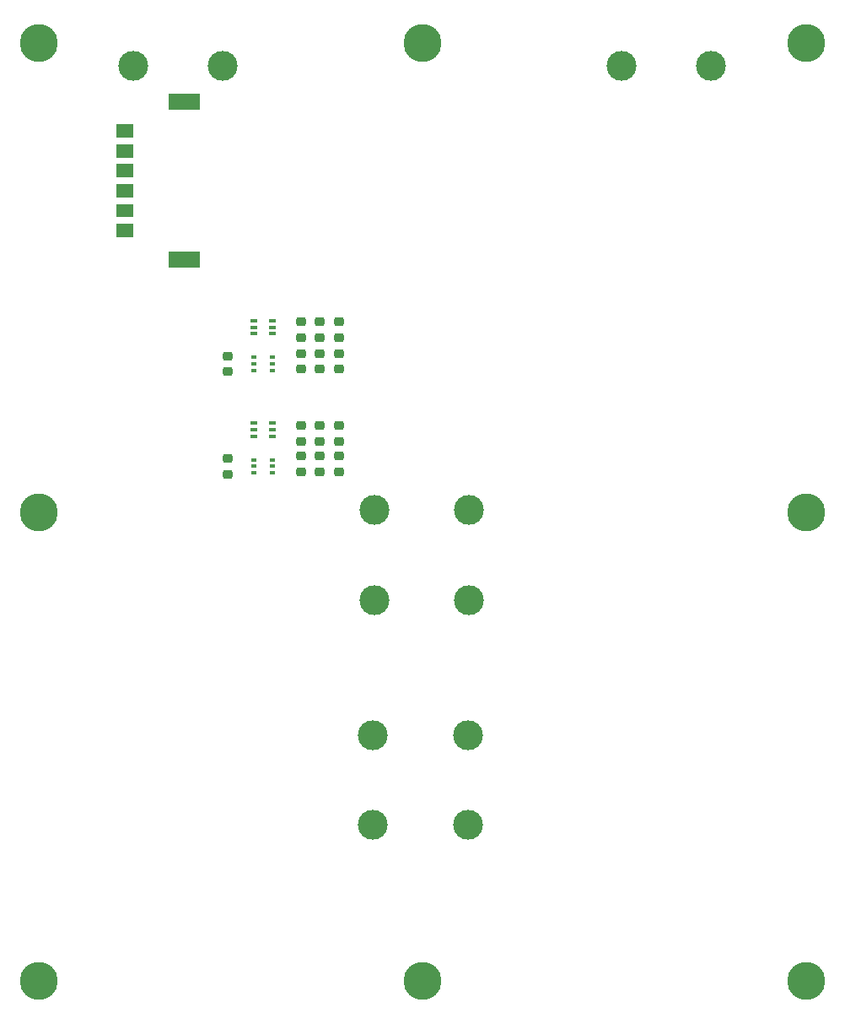
<source format=gbs>
%TF.GenerationSoftware,KiCad,Pcbnew,(6.0.4-0)*%
%TF.CreationDate,2022-05-09T11:38:03-07:00*%
%TF.ProjectId,solar-panel-side-X-minus,736f6c61-722d-4706-916e-656c2d736964,rev?*%
%TF.SameCoordinates,Original*%
%TF.FileFunction,Soldermask,Bot*%
%TF.FilePolarity,Negative*%
%FSLAX46Y46*%
G04 Gerber Fmt 4.6, Leading zero omitted, Abs format (unit mm)*
G04 Created by KiCad (PCBNEW (6.0.4-0)) date 2022-05-09 11:38:03*
%MOMM*%
%LPD*%
G01*
G04 APERTURE LIST*
G04 Aperture macros list*
%AMRoundRect*
0 Rectangle with rounded corners*
0 $1 Rounding radius*
0 $2 $3 $4 $5 $6 $7 $8 $9 X,Y pos of 4 corners*
0 Add a 4 corners polygon primitive as box body*
4,1,4,$2,$3,$4,$5,$6,$7,$8,$9,$2,$3,0*
0 Add four circle primitives for the rounded corners*
1,1,$1+$1,$2,$3*
1,1,$1+$1,$4,$5*
1,1,$1+$1,$6,$7*
1,1,$1+$1,$8,$9*
0 Add four rect primitives between the rounded corners*
20,1,$1+$1,$2,$3,$4,$5,0*
20,1,$1+$1,$4,$5,$6,$7,0*
20,1,$1+$1,$6,$7,$8,$9,0*
20,1,$1+$1,$8,$9,$2,$3,0*%
G04 Aperture macros list end*
%ADD10C,0.010000*%
%ADD11C,3.000000*%
%ADD12C,3.800000*%
%ADD13C,2.600000*%
%ADD14RoundRect,0.218750X0.256250X-0.218750X0.256250X0.218750X-0.256250X0.218750X-0.256250X-0.218750X0*%
%ADD15RoundRect,0.218750X-0.256250X0.218750X-0.256250X-0.218750X0.256250X-0.218750X0.256250X0.218750X0*%
%ADD16R,0.600000X0.400000*%
%ADD17R,0.650000X0.400000*%
G04 APERTURE END LIST*
%TO.C,J1*%
G36*
X122051200Y-63501200D02*
G01*
X120448800Y-63501200D01*
X120448800Y-62248800D01*
X122051200Y-62248800D01*
X122051200Y-63501200D01*
G37*
D10*
X122051200Y-63501200D02*
X120448800Y-63501200D01*
X120448800Y-62248800D01*
X122051200Y-62248800D01*
X122051200Y-63501200D01*
G36*
X128751200Y-52731200D02*
G01*
X125698800Y-52731200D01*
X125698800Y-51228800D01*
X128751200Y-51228800D01*
X128751200Y-52731200D01*
G37*
X128751200Y-52731200D02*
X125698800Y-52731200D01*
X125698800Y-51228800D01*
X128751200Y-51228800D01*
X128751200Y-52731200D01*
G36*
X122051200Y-55501200D02*
G01*
X120448800Y-55501200D01*
X120448800Y-54248800D01*
X122051200Y-54248800D01*
X122051200Y-55501200D01*
G37*
X122051200Y-55501200D02*
X120448800Y-55501200D01*
X120448800Y-54248800D01*
X122051200Y-54248800D01*
X122051200Y-55501200D01*
G36*
X122051200Y-57501200D02*
G01*
X120448800Y-57501200D01*
X120448800Y-56248800D01*
X122051200Y-56248800D01*
X122051200Y-57501200D01*
G37*
X122051200Y-57501200D02*
X120448800Y-57501200D01*
X120448800Y-56248800D01*
X122051200Y-56248800D01*
X122051200Y-57501200D01*
G36*
X128751200Y-68521200D02*
G01*
X125698800Y-68521200D01*
X125698800Y-67018800D01*
X128751200Y-67018800D01*
X128751200Y-68521200D01*
G37*
X128751200Y-68521200D02*
X125698800Y-68521200D01*
X125698800Y-67018800D01*
X128751200Y-67018800D01*
X128751200Y-68521200D01*
G36*
X122051200Y-59501200D02*
G01*
X120448800Y-59501200D01*
X120448800Y-58248800D01*
X122051200Y-58248800D01*
X122051200Y-59501200D01*
G37*
X122051200Y-59501200D02*
X120448800Y-59501200D01*
X120448800Y-58248800D01*
X122051200Y-58248800D01*
X122051200Y-59501200D01*
G36*
X122051200Y-65501200D02*
G01*
X120448800Y-65501200D01*
X120448800Y-64248800D01*
X122051200Y-64248800D01*
X122051200Y-65501200D01*
G37*
X122051200Y-65501200D02*
X120448800Y-65501200D01*
X120448800Y-64248800D01*
X122051200Y-64248800D01*
X122051200Y-65501200D01*
G36*
X122051200Y-61501200D02*
G01*
X120448800Y-61501200D01*
X120448800Y-60248800D01*
X122051200Y-60248800D01*
X122051200Y-61501200D01*
G37*
X122051200Y-61501200D02*
X120448800Y-61501200D01*
X120448800Y-60248800D01*
X122051200Y-60248800D01*
X122051200Y-61501200D01*
%TD*%
D11*
%TO.C,SC1*%
X122125000Y-48400000D03*
X131125000Y-48400000D03*
%TD*%
%TO.C,SC2*%
X171125000Y-48400000D03*
X180125000Y-48400000D03*
%TD*%
%TO.C,SC3*%
X155800000Y-101975000D03*
X155800000Y-92975000D03*
%TD*%
%TO.C,SC4*%
X155750000Y-124550000D03*
X155750000Y-115550000D03*
%TD*%
%TO.C,SC5*%
X146200000Y-115550000D03*
X146200000Y-124550000D03*
%TD*%
%TO.C,SC6*%
X146350000Y-92975000D03*
X146350000Y-101975000D03*
%TD*%
D12*
%TO.C,H1*%
X189660000Y-46150000D03*
D13*
X189660000Y-46150000D03*
%TD*%
%TO.C,H2*%
X151160000Y-46150000D03*
D12*
X151160000Y-46150000D03*
%TD*%
D13*
%TO.C,H3*%
X112660000Y-46150000D03*
D12*
X112660000Y-46150000D03*
%TD*%
D13*
%TO.C,H4*%
X112660000Y-93150000D03*
D12*
X112660000Y-93150000D03*
%TD*%
%TO.C,H5*%
X112660000Y-140150000D03*
D13*
X112660000Y-140150000D03*
%TD*%
D12*
%TO.C,H6*%
X151160000Y-140150000D03*
D13*
X151160000Y-140150000D03*
%TD*%
%TO.C,H7*%
X189660000Y-140150000D03*
D12*
X189660000Y-140150000D03*
%TD*%
%TO.C,H8*%
X189660000Y-93150000D03*
D13*
X189660000Y-93150000D03*
%TD*%
D14*
%TO.C,R12*%
X142758000Y-74085000D03*
X142758000Y-75660000D03*
%TD*%
%TO.C,R7*%
X131590000Y-87785000D03*
X131590000Y-89360000D03*
%TD*%
%TO.C,R8*%
X131590000Y-77499000D03*
X131590000Y-79074000D03*
%TD*%
D15*
%TO.C,R10*%
X138948000Y-78820000D03*
X138948000Y-77245000D03*
%TD*%
D14*
%TO.C,R11*%
X142758000Y-84508500D03*
X142758000Y-86083500D03*
%TD*%
D15*
%TO.C,R2*%
X138948000Y-75660000D03*
X138948000Y-74085000D03*
%TD*%
%TO.C,R1*%
X138948000Y-86083500D03*
X138948000Y-84508500D03*
%TD*%
D16*
%TO.C,Q3*%
X134196000Y-89222500D03*
X134196000Y-88572500D03*
X134196000Y-87922500D03*
X136096000Y-87922500D03*
X136096000Y-88572500D03*
X136096000Y-89222500D03*
%TD*%
%TO.C,Q4*%
X134196000Y-78936500D03*
X134196000Y-78286500D03*
X134196000Y-77636500D03*
X136096000Y-77636500D03*
X136096000Y-78286500D03*
X136096000Y-78936500D03*
%TD*%
D15*
%TO.C,C3*%
X142758000Y-78820000D03*
X142758000Y-77245000D03*
%TD*%
%TO.C,C2*%
X142758000Y-89106000D03*
X142758000Y-87531000D03*
%TD*%
D14*
%TO.C,R6*%
X140853000Y-77245000D03*
X140853000Y-78820000D03*
%TD*%
D17*
%TO.C,Q2*%
X134196000Y-75268500D03*
X134196000Y-74618500D03*
X134196000Y-73968500D03*
X136096000Y-73968500D03*
X136096000Y-74618500D03*
X136096000Y-75268500D03*
%TD*%
D15*
%TO.C,R5*%
X140853000Y-89106000D03*
X140853000Y-87531000D03*
%TD*%
D17*
%TO.C,Q1*%
X134196000Y-85554500D03*
X134196000Y-84904500D03*
X134196000Y-84254500D03*
X136096000Y-84254500D03*
X136096000Y-84904500D03*
X136096000Y-85554500D03*
%TD*%
D14*
%TO.C,R3*%
X140853000Y-84508500D03*
X140853000Y-86083500D03*
%TD*%
%TO.C,R4*%
X140853000Y-74085000D03*
X140853000Y-75660000D03*
%TD*%
%TO.C,R9*%
X138948000Y-89106000D03*
X138948000Y-87531000D03*
%TD*%
M02*

</source>
